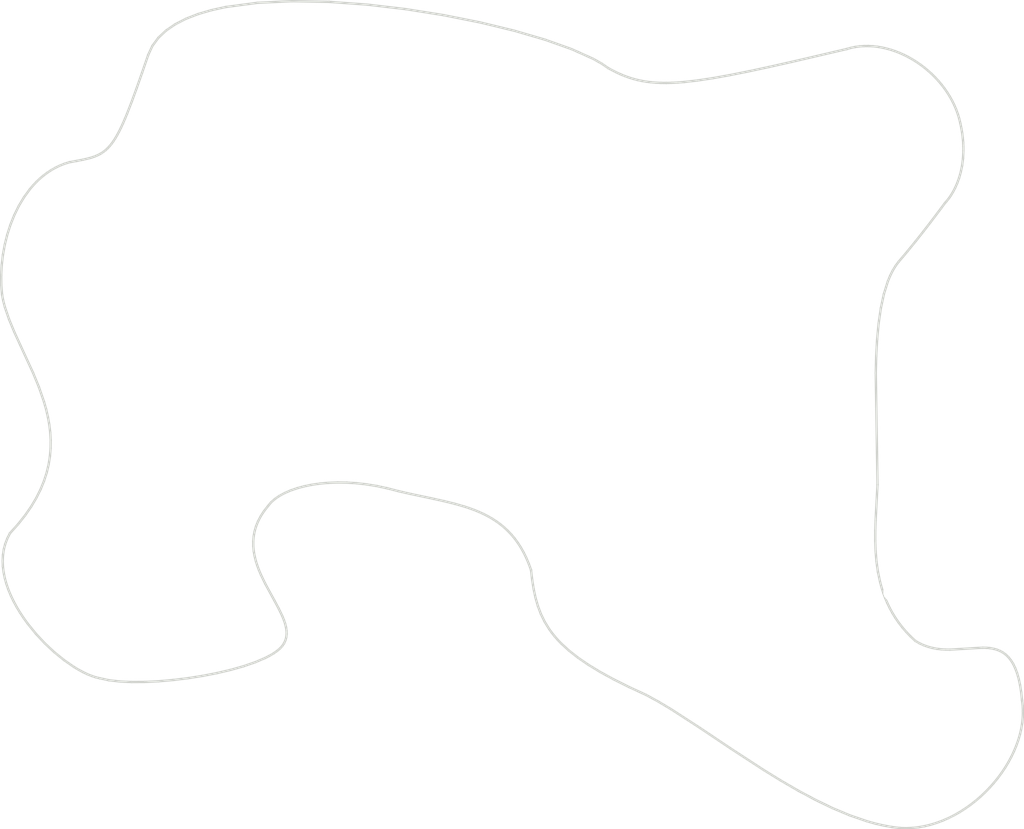
<source format=kicad_pcb>
(kicad_pcb (version 20211014) (generator pcbnew)
  (title_block (title "owl_generated") (rev "v1.0.0") (company "Unknown"))
  (layers (0 "F.Cu" signal) (31 "B.Cu" signal) (34 "B.Paste" user) (35 "F.Paste" user) (36 "B.SilkS" user "B.Silkscreen") (37 "F.SilkS" user "F.Silkscreen") (38 "B.Mask" user) (39 "F.Mask" user) (44 "Edge.Cuts" user))
  (net 0 "")
  (net 1 "P6")
  (net 2 "GND")
  (net 3 "P5")
  (net 4 "P4")
  (net 5 "P3")
  (net 6 "P2")
  (net 7 "P0")
  (net 8 "P1")
  (net 9 "P18")
  (net 10 "P15")
  (net 11 "P14")
  (net 12 "P16")
  (net 13 "P10")
  (net 14 "P19")
  (net 15 "P20")
  (net 16 "P21")
  (net 17 "P7")
  (net 18 "P8")
  (net 19 "P9")
  (net 20 "RAW")
  (net 21 "RST")
  (net 22 "VCC")
  (net 23 "Braw")
  (net 24 "Bplus")
  (net 25 "Bminus")
  (footprint "SMDPad" (layer "F.Cu") (at 168.768682 -112.888168)
    (fp_text reference "MOUNTING_PAD2" hide)
    (fp_text value "" hide)
    (pad "" np_thru_hole circle locked (at 0 0) (size 3.2 3.2) (drill 3.2) (layers *.Cu *.Mask))
  )
  (footprint "SMDPad" (layer "F.Cu") (at 168.768682 -48)
    (fp_text reference "MOUNTING_PAD1" hide)
    (fp_text value "" hide)
    (pad "" np_thru_hole circle locked (at 0 0) (size 3.2 3.2) (drill 3.2) (layers *.Cu *.Mask))
  )
  (footprint "SMDPad" (layer "F.Cu") (at 51 -41.8 -17)
    (fp_text reference "MOUNTING_PAD4" hide)
    (fp_text value "" hide)
    (pad "" np_thru_hole circle locked (at 0 0) (size 3.2 3.2) (drill 3.2) (layers *.Cu *.Mask))
  )
  (footprint "SMDPad" (layer "F.Cu") (at 51 -107.8 -17)
    (fp_text reference "MOUNTING_PAD3" hide)
    (fp_text value "" hide)
    (pad "" np_thru_hole circle locked (at 0 0) (size 3.2 3.2) (drill 3.2) (layers *.Cu *.Mask))
  )
  (gr_line (start 175.153995 -39.475462) (end 175.802236 -39.399157) (layer "Edge.Cuts") (width 0.352777))
  (gr_line (start 147.048058 -125.497982) (end 150.160788 -126.166225) (layer "Edge.Cuts") (width 0.352777))
  (gr_line (start 112.221658 -131.564203) (end 116.808521 -130.224125) (layer "Edge.Cuts") (width 0.352777))
  (gr_line (start 76.553969 -61.783461) (end 75.992183 -61.283435) (layer "Edge.Cuts") (width 0.352777))
  (gr_line (start 36.590763 -49.149454) (end 36.350581 -50.019996) (layer "Edge.Cuts") (width 0.352777))
  (gr_line (start 41.035835 -61.936197) (end 41.673317 -63.21006) (layer "Edge.Cuts") (width 0.352777))
  (gr_line (start 48.652519 -35.69057) (end 47.985329 -36.008821) (layer "Edge.Cuts") (width 0.352777))
  (gr_line (start 42.508395 -75.155431) (end 42.193412 -76.271225) (layer "Edge.Cuts") (width 0.352777))
  (gr_line (start 39.166544 -44.049196) (end 38.623026 -44.870709) (layer "Edge.Cuts") (width 0.352777))
  (gr_line (start 85.900491 -64.256843) (end 84.559681 -64.207208) (layer "Edge.Cuts") (width 0.352777))
  (gr_line (start 178.797858 -116.993333) (end 178.914174 -116.284813) (layer "Edge.Cuts") (width 0.352777))
  (gr_line (start 78.890452 -63.058313) (end 78.009693 -62.674652) (layer "Edge.Cuts") (width 0.352777))
  (gr_line (start 187.851102 -28.448408) (end 187.710747 -27.593223) (layer "Edge.Cuts") (width 0.352777))
  (gr_line (start 176.356192 -105.907564) (end 176.356192 -105.907564) (layer "Edge.Cuts") (width 0.352777))
  (gr_line (start 187.324388 -35.017409) (end 187.527888 -34.071584) (layer "Edge.Cuts") (width 0.352777))
  (gr_line (start 79.864359 -63.395682) (end 78.890452 -63.058313) (layer "Edge.Cuts") (width 0.352777))
  (gr_line (start 126.261721 -125.955877) (end 127.473792 -125.33034) (layer "Edge.Cuts") (width 0.352777))
  (gr_line (start 78.137328 -40.737733) (end 77.931147 -40.291061) (layer "Edge.Cuts") (width 0.352777))
  (gr_line (start 174.505996 -39.595677) (end 175.153995 -39.475462) (layer "Edge.Cuts") (width 0.352777))
  (gr_line (start 125.233948 -126.664227) (end 126.261721 -125.955877) (layer "Edge.Cuts") (width 0.352777))
  (gr_line (start 36.891931 -48.28014) (end 36.590763 -49.149454) (layer "Edge.Cuts") (width 0.352777))
  (gr_line (start 162.993212 -129.145407) (end 163.644804 -129.233531) (layer "Edge.Cuts") (width 0.352777))
  (gr_line (start 69.981232 -36.334726) (end 67.938806 -35.854999) (layer "Edge.Cuts") (width 0.352777))
  (gr_line (start 83.279073 -64.092523) (end 82.065258 -63.916539) (layer "Edge.Cuts") (width 0.352777))
  (gr_line (start 36.083164 -53.458881) (end 36.210499 -54.293894) (layer "Edge.Cuts") (width 0.352777))
  (gr_line (start 84.633151 -135.863504) (end 90.318501 -135.455718) (layer "Edge.Cuts") (width 0.352777))
  (gr_line (start 57.706385 -127.956123) (end 58.330782 -129.306299) (layer "Edge.Cuts") (width 0.352777))
  (gr_line (start 37.125311 -56.695194) (end 38.321166 -58.027331) (layer "Edge.Cuts") (width 0.352777))
  (gr_line (start 63.336268 -133.35033) (end 65.129693 -134.046906) (layer "Edge.Cuts") (width 0.352777))
  (gr_line (start 51.94784 -114.354691) (end 52.233031 -114.701859) (layer "Edge.Cuts") (width 0.352777))
  (gr_line (start 178.16418 -108.840023) (end 177.858599 -108.150618) (layer "Edge.Cuts") (width 0.352777))
  (gr_line (start 54.565887 -119.21911) (end 55.235788 -120.945633) (layer "Edge.Cuts") (width 0.352777))
  (gr_line (start 179.333127 -15.654063) (end 178.528406 -15.142863) (layer "Edge.Cuts") (width 0.352777))
  (gr_line (start 133.632145 -31.633937) (end 131.81798 -32.618179) (layer "Edge.Cuts") (width 0.352777))
  (gr_line (start 115.373241 -47.106486) (end 115.095871 -48.409072) (layer "Edge.Cuts") (width 0.352777))
  (gr_line (start 38.321166 -58.027331) (end 39.366827 -59.344859) (layer "Edge.Cuts") (width 0.352777))
  (gr_line (start 73.547755 -53.313539) (end 73.721735 -52.605741) (layer "Edge.Cuts") (width 0.352777))
  (gr_line (start 75.992183 -61.283435) (end 75.549898 -60.752125) (layer "Edge.Cuts") (width 0.352777))
  (gr_line (start 137.506519 -123.924321) (end 139.514407 -124.15378) (layer "Edge.Cuts") (width 0.352777))
  (gr_line (start 111.775479 -56.503268) (end 111.251465 -57.055907) (layer "Edge.Cuts") (width 0.352777))
  (gr_line (start 136.58038 -123.850315) (end 137.506519 -123.924321) (layer "Edge.Cuts") (width 0.352777))
  (gr_line (start 75.793567 -38.451924) (end 75.132861 -38.112906) (layer "Edge.Cuts") (width 0.352777))
  (gr_line (start 179.08742 -114.301364) (end 179.092632 -113.687476) (layer "Edge.Cuts") (width 0.352777))
  (gr_line (start 114.373489 -52.149552) (end 114.009372 -53.01148) (layer "Edge.Cuts") (width 0.352777))
  (gr_line (start 187.710747 -27.593223) (end 187.515291 -26.738506) (layer "Edge.Cuts") (width 0.352777))
  (gr_line (start 176.356192 -105.907564) (end 175.752611 -105.089013) (layer "Edge.Cuts") (width 0.352777))
  (gr_line (start 166.370616 -50.919809) (end 166.703368 -49.359573) (layer "Edge.Cuts") (width 0.352777))
  (gr_line (start 126.261721 -125.955877) (end 126.261721 -125.955877) (layer "Edge.Cuts") (width 0.352777))
  (gr_line (start 93.276987 -63.397951) (end 93.276987 -63.397951) (layer "Edge.Cuts") (width 0.352777))
  (gr_line (start 178.449089 -109.622446) (end 178.16418 -108.840023) (layer "Edge.Cuts") (width 0.352777))
  (gr_line (start 39.366827 -59.344859) (end 40.269361 -60.647806) (layer "Edge.Cuts") (width 0.352777))
  (gr_line (start 150.160788 -126.166225) (end 153.623368 -126.945339) (layer "Edge.Cuts") (width 0.352777))
  (gr_line (start 170.106565 -97.913892) (end 169.477015 -97.176342) (layer "Edge.Cuts") (width 0.352777))
  (gr_line (start 50.405001 -113.12637) (end 50.735738 -113.31472) (layer "Edge.Cuts") (width 0.352777))
  (gr_line (start 53.650742 -117.116063) (end 53.946463 -117.756322) (layer "Edge.Cuts") (width 0.352777))
  (gr_line (start 170.009997 -42.656654) (end 170.602139 -41.969214) (layer "Edge.Cuts") (width 0.352777))
  (gr_line (start 39.216857 -106.76043) (end 40.088223 -107.954777) (layer "Edge.Cuts") (width 0.352777))
  (gr_line (start 144.476122 -24.598525) (end 139.837665 -27.707352) (layer "Edge.Cuts") (width 0.352777))
  (gr_line (start 57.19441 -34.536392) (end 55.2357 -34.524851) (layer "Edge.Cuts") (width 0.352777))
  (gr_line (start 178.649245 -117.725591) (end 178.649245 -117.725591) (layer "Edge.Cuts") (width 0.352777))
  (gr_line (start 51.847447 -34.795289) (end 50.502653 -35.087604) (layer "Edge.Cuts") (width 0.352777))
  (gr_line (start 76.503325 -46.656554) (end 77.147925 -45.455898) (layer "Edge.Cuts") (width 0.352777))
  (gr_line (start 52.233031 -114.701859) (end 52.515038 -115.090109) (layer "Edge.Cuts") (width 0.352777))
  (gr_line (start 171.965759 -100.177702) (end 170.734823 -98.665653) (layer "Edge.Cuts") (width 0.352777))
  (gr_line (start 171.246927 -41.297857) (end 171.946459 -40.643844) (layer "Edge.Cuts") (width 0.352777))
  (gr_line (start 96.775441 -62.549719) (end 95.03998 -62.946871) (layer "Edge.Cuts") (width 0.352777))
  (gr_line (start 186.811483 -36.585598) (end 187.085085 -35.853277) (layer "Edge.Cuts") (width 0.352777))
  (gr_line (start 166.243721 -85.565606) (end 166.106583 -83.087273) (layer "Edge.Cuts") (width 0.352777))
  (gr_line (start 179 -115.6) (end 179.057146 -114.938861) (layer "Edge.Cuts") (width 0.352777))
  (gr_line (start 117.80603 -41.867288) (end 117.41331 -42.412903) (layer "Edge.Cuts") (width 0.352777))
  (gr_line (start 78.263879 -41.201039) (end 78.137328 -40.737733) (layer "Edge.Cuts") (width 0.352777))
  (gr_line (start 173.327946 -13.054039) (end 172.41787 -12.892025) (layer "Edge.Cuts") (width 0.352777))
  (gr_line (start 177.702627 -14.674134) (end 176.857792 -14.250347) (layer "Edge.Cuts") (width 0.352777))
  (gr_line (start 170.242436 -127.965363) (end 170.874132 -127.647054) (layer "Edge.Cuts") (width 0.352777))
  (gr_line (start 166.703368 -49.359573) (end 166.916172 -48.584057) (layer "Edge.Cuts") (width 0.352777))
  (gr_line (start 118.705289 -40.792077) (end 118.236022 -41.327357) (layer "Edge.Cuts") (width 0.352777))
  (gr_line (start 131.81798 -32.618179) (end 131.81798 -32.618179) (layer "Edge.Cuts") (width 0.352777))
  (gr_line (start 175.752611 -105.089013) (end 174.173379 -102.997159) (layer "Edge.Cuts") (width 0.352777))
  (gr_line (start 37.772659 -104.10444) (end 38.445061 -105.471773) (layer "Edge.Cuts") (width 0.352777))
  (gr_line (start 47.985329 -36.008821) (end 47.299853 -36.381074) (layer "Edge.Cuts") (width 0.352777))
  (gr_line (start 167.20858 -13.149134) (end 165.965811 -13.437826) (layer "Edge.Cuts") (width 0.352777))
  (gr_line (start 57.706385 -127.956123) (end 57.706385 -127.956123) (layer "Edge.Cuts") (width 0.352777))
  (gr_line (start 45.246264 -111.743126) (end 45.944758 -111.96475) (layer "Edge.Cuts") (width 0.352777))
  (gr_line (start 166.042721 -80.566281) (end 166.302023 -63.927116) (layer "Edge.Cuts") (width 0.352777))
  (gr_line (start 182.519348 -39.624194) (end 183.053351 -39.574727) (layer "Edge.Cuts") (width 0.352777))
  (gr_line (start 176.962529 -106.637923) (end 176.527069 -106.089809) (layer "Edge.Cuts") (width 0.352777))
  (gr_line (start 63.620377 -35.096047) (end 61.429123 -34.827158) (layer "Edge.Cuts") (width 0.352777))
  (gr_line (start 101.709475 -133.882878) (end 107.143352 -132.79698) (layer "Edge.Cuts") (width 0.352777))
  (gr_line (start 187.266738 -25.886728) (end 186.96709 -25.040359) (layer "Edge.Cuts") (width 0.352777))
  (gr_line (start 51.360008 -113.771178) (end 51.657491 -114.0455) (layer "Edge.Cuts") (width 0.352777))
  (gr_line (start 35.950566 -92.209244) (end 35.950566 -92.209244) (layer "Edge.Cuts") (width 0.352777))
  (gr_line (start 185.404106 -38.607639) (end 185.799892 -38.225393) (layer "Edge.Cuts") (width 0.352777))
  (gr_line (start 182.970774 -18.760657) (end 182.301381 -18.074162) (layer "Edge.Cuts") (width 0.352777))
  (gr_line (start 186.618349 -24.201871) (end 186.222517 -23.373735) (layer "Edge.Cuts") (width 0.352777))
  (gr_line (start 53.946463 -117.756322) (end 54.250853 -118.456303) (layer "Edge.Cuts") (width 0.352777))
  (gr_line (start 186.167384 -37.765245) (end 186.505082 -37.220783) (layer "Edge.Cuts") (width 0.352777))
  (gr_line (start 139.837665 -27.707352) (end 135.582442 -30.466022) (layer "Edge.Cuts") (width 0.352777))
  (gr_line (start 73.962087 -135.723911) (end 79.135722 -135.966094) (layer "Edge.Cuts") (width 0.352777))
  (gr_line (start 77.228669 -62.248451) (end 76.553969 -61.783461) (layer "Edge.Cuts") (width 0.352777))
  (gr_line (start 128.682247 -124.810032) (end 129.294322 -124.589486) (layer "Edge.Cuts") (width 0.352777))
  (gr_line (start 179.057146 -114.938861) (end 179.08742 -114.301364) (layer "Edge.Cuts") (width 0.352777))
  (gr_line (start 167.76549 -46.291034) (end 168.125895 -45.542067) (layer "Edge.Cuts") (width 0.352777))
  (gr_line (start 39.746015 -43.245575) (end 39.166544 -44.049196) (layer "Edge.Cuts") (width 0.352777))
  (gr_line (start 185.297594 -21.758399) (end 184.772507 -20.976141) (layer "Edge.Cuts") (width 0.352777))
  (gr_line (start 116.731686 -43.525321) (end 116.175139 -44.672879) (layer "Edge.Cuts") (width 0.352777))
  (gr_line (start 176.27626 -122.959368) (end 176.688751 -122.363589) (layer "Edge.Cuts") (width 0.352777))
  (gr_line (start 41.059336 -109.039182) (end 41.582351 -109.535272) (layer "Edge.Cuts") (width 0.352777))
  (gr_line (start 42.130369 -109.998015) (end 42.703412 -110.425456) (layer "Edge.Cuts") (width 0.352777))
  (gr_line (start 35.834136 -93.643239) (end 35.815696 -95.123615) (layer "Edge.Cuts") (width 0.352777))
  (gr_line (start 108.287846 -59.230764) (end 107.631839 -59.56592) (layer "Edge.Cuts") (width 0.352777))
  (gr_line (start 135.701202 -123.803381) (end 136.58038 -123.850315) (layer "Edge.Cuts") (width 0.352777))
  (gr_line (start 41.582351 -109.535272) (end 42.130369 -109.998015) (layer "Edge.Cuts") (width 0.352777))
  (gr_line (start 100.138958 -61.835596) (end 96.775441 -62.549719) (layer "Edge.Cuts") (width 0.352777))
  (gr_line (start 173.267527 -126.078937) (end 173.824292 -125.618517) (layer "Edge.Cuts") (width 0.352777))
  (gr_line (start 149.390283 -21.395895) (end 144.476122 -24.598525) (layer "Edge.Cuts") (width 0.352777))
  (gr_line (start 43.301501 -110.815641) (end 43.924658 -111.166618) (layer "Edge.Cuts") (width 0.352777))
  (gr_line (start 110.132401 -58.035866) (end 109.538902 -58.468287) (layer "Edge.Cuts") (width 0.352777))
  (gr_line (start 166.966229 -129.061304) (end 167.631676 -128.91175) (layer "Edge.Cuts") (width 0.352777))
  (gr_line (start 178.271101 -119.123565) (end 178.48002 -118.430795) (layer "Edge.Cuts") (width 0.352777))
  (gr_line (start 172.100802 -126.919839) (end 172.692481 -126.513066) (layer "Edge.Cuts") (width 0.352777))
  (gr_line (start 167.162728 -47.813289) (end 167.445134 -47.048528) (layer "Edge.Cuts") (width 0.352777))
  (gr_line (start 185.781599 -22.55842) (end 185.297594 -21.758399) (layer "Edge.Cuts") (width 0.352777))
  (gr_line (start 129.290233 -33.786408) (end 127.031649 -34.915363) (layer "Edge.Cuts") (width 0.352777))
  (gr_line (start 45.944758 -111.96475) (end 47.051905 -112.166626) (layer "Edge.Cuts") (width 0.352777))
  (gr_line (start 171.946459 -40.643844) (end 171.946459 -40.643844) (layer "Edge.Cuts") (width 0.352777))
  (gr_line (start 43.074671 -68.160753) (end 43.173203 -69.362369) (layer "Edge.Cuts") (width 0.352777))
  (gr_line (start 121.710774 -38.149265) (end 120.368745 -39.203806) (layer "Edge.Cuts") (width 0.352777))
  (gr_line (start 182.301381 -18.074162) (end 181.600917 -17.417784) (layer "Edge.Cuts") (width 0.352777))
  (gr_line (start 69.24812 -135.097374) (end 73.962087 -135.723911) (layer "Edge.Cuts") (width 0.352777))
  (gr_line (start 61.74268 -132.532928) (end 63.336268 -133.35033) (layer "Edge.Cuts") (width 0.352777))
  (gr_line (start 54.250853 -118.456303) (end 54.565887 -119.21911) (layer "Edge.Cuts") (width 0.352777))
  (gr_line (start 175.995904 -13.873974) (end 175.118965 -13.547484) (layer "Edge.Cuts") (width 0.352777))
  (gr_line (start 73.939139 -51.906178) (end 74.193815 -51.215272) (layer "Edge.Cuts") (width 0.352777))
  (gr_line (start 107.631839 -59.56592) (end 106.956547 -59.873755) (layer "Edge.Cuts") (width 0.352777))
  (gr_line (start 186.505082 -37.220783) (end 186.811483 -36.585598) (layer "Edge.Cuts") (width 0.352777))
  (gr_line (start 166.147676 -52.483921) (end 166.370616 -50.919809) (layer "Edge.Cuts") (width 0.352777))
  (gr_line (start 168.293668 -128.726313) (end 168.950556 -128.506059) (layer "Edge.Cuts") (width 0.352777))
  (gr_line (start 123.257929 -37.088523) (end 121.710774 -38.149265) (layer "Edge.Cuts") (width 0.352777))
  (gr_line (start 166.106583 -83.087273) (end 166.042721 -80.566281) (layer "Edge.Cuts") (width 0.352777))
  (gr_line (start 174.876393 -124.62307) (end 175.368433 -124.090175) (layer "Edge.Cuts") (width 0.352777))
  (gr_line (start 178.48002 -118.430795) (end 178.649245 -117.725591) (layer "Edge.Cuts") (width 0.352777))
  (gr_line (start 42.772128 -74.025399) (end 42.508395 -75.155431) (layer "Edge.Cuts") (width 0.352777))
  (gr_line (start 77.931147 -40.291061) (end 77.931147 -40.291061) (layer "Edge.Cuts") (width 0.352777))
  (gr_line (start 75.549898 -60.752125) (end 75.549898 -60.752125) (layer "Edge.Cuts") (width 0.352777))
  (gr_line (start 36.124395 -91.317647) (end 35.950566 -92.209244) (layer "Edge.Cuts") (width 0.352777))
  (gr_line (start 116.175139 -44.672879) (end 115.72766 -45.863845) (layer "Edge.Cuts") (width 0.352777))
  (gr_line (start 168.573348 -95.840247) (end 168.184988 -95.058606) (layer "Edge.Cuts") (width 0.352777))
  (gr_line (start 50.059228 -112.960464) (end 50.405001 -113.12637) (layer "Edge.Cuts") (width 0.352777))
  (gr_line (start 184.062012 -39.351076) (end 184.533665 -39.16407) (layer "Edge.Cuts") (width 0.352777))
  (gr_line (start 37.125311 -56.695194) (end 37.125311 -56.695194) (layer "Edge.Cuts") (width 0.352777))
  (gr_line (start 163.644804 -129.233531) (end 164.302823 -129.279378) (layer "Edge.Cuts") (width 0.352777))
  (gr_line (start 166.800091 -90.22548) (end 166.469702 -87.959076) (layer "Edge.Cuts") (width 0.352777))
  (gr_line (start 78.316952 -41.680558) (end 78.263879 -41.201039) (layer "Edge.Cuts") (width 0.352777))
  (gr_line (start 51.053415 -113.528621) (end 51.360008 -113.771178) (layer "Edge.Cuts") (width 0.352777))
  (gr_line (start 178.899018 -111.467376) (end 178.698858 -110.498144) (layer "Edge.Cuts") (width 0.352777))
  (gr_line (start 173.126414 -101.644274) (end 171.965759 -100.177702) (layer "Edge.Cuts") (width 0.352777))
  (gr_line (start 167.250451 -92.322612) (end 166.800091 -90.22548) (layer "Edge.Cuts") (width 0.352777))
  (gr_line (start 47.299853 -36.381074) (end 46.600264 -36.804551) (layer "Edge.Cuts") (width 0.352777))
  (gr_line (start 38.119634 -45.707338) (end 37.660539 -46.556305) (layer "Edge.Cuts") (width 0.352777))
  (gr_line (start 151.91715 -19.839516) (end 149.390283 -21.395895) (layer "Edge.Cuts") (width 0.352777))
  (gr_line (start 105.551205 -60.417661) (end 104.822706 -60.658834) (layer "Edge.Cuts") (width 0.352777))
  (gr_line (start 120.768068 -128.816326) (end 123.964426 -127.380384) (layer "Edge.Cuts") (width 0.352777))
  (gr_line (start 45.175433 -37.794067) (end 43.744215 -38.955148) (layer "Edge.Cuts") (width 0.352777))
  (gr_line (start 53.077405 -116.002282) (end 53.361715 -116.532419) (layer "Edge.Cuts") (width 0.352777))
  (gr_line (start 110.703514 -57.565922) (end 110.132401 -58.035866) (layer "Edge.Cuts") (width 0.352777))
  (gr_line (start 35.89542 -96.634738) (end 36.073484 -98.160976) (layer "Edge.Cuts") (width 0.352777))
  (gr_line (start 74.062608 -58.463463) (end 73.76034 -57.70977) (layer "Edge.Cuts") (width 0.352777))
  (gr_line (start 131.206125 -124.086983) (end 131.880858 -123.972724) (layer "Edge.Cuts") (width 0.352777))
  (gr_line (start 44.572905 -111.476431) (end 45.246264 -111.743126) (layer "Edge.Cuts") (width 0.352777))
  (gr_line (start 179.092632 -113.687476) (end 179.035099 -112.530401) (layer "Edge.Cuts") (width 0.352777))
  (gr_line (start 169.477015 -97.176342) (end 169.477015 -97.176342) (layer "Edge.Cuts") (width 0.352777))
  (gr_line (start 166.469702 -87.959076) (end 166.243721 -85.565606) (layer "Edge.Cuts") (width 0.352777))
  (gr_line (start 91.733991 -63.729844) (end 90.218255 -63.977928) (layer "Edge.Cuts") (width 0.352777))
  (gr_line (start 60.365913 -131.589754) (end 61.74268 -132.532928) (layer "Edge.Cuts") (width 0.352777))
  (gr_line (start 40.562318 -80.592556) (end 38.676603 -84.688207) (layer "Edge.Cuts") (width 0.352777))
  (gr_line (start 50.735738 -113.31472) (end 51.053415 -113.528621) (layer "Edge.Cuts") (width 0.352777))
  (gr_line (start 36.360053 -90.412238) (end 36.124395 -91.317647) (layer "Edge.Cuts") (width 0.352777))
  (gr_line (start 144.255721 -124.940141) (end 147.048058 -125.497982) (layer "Edge.Cuts") (width 0.352777))
  (gr_line (start 65.804396 -35.440383) (end 63.620377 -35.096047) (layer "Edge.Cuts") (width 0.352777))
  (gr_line (start 73.721735 -52.605741) (end 73.939139 -51.906178) (layer "Edge.Cuts") (width 0.352777))
  (gr_line (start 168.528449 -44.802885) (end 168.975251 -44.07475) (layer "Edge.Cuts") (width 0.352777))
  (gr_line (start 71.8893 -36.874399) (end 69.981232 -36.334726) (layer "Edge.Cuts") (width 0.352777))
  (gr_line (start 165.969783 -57.098742) (end 165.964054 -55.583464) (layer "Edge.Cuts") (width 0.352777))
  (gr_line (start 48.911946 -112.566348) (end 49.314676 -112.683559) (layer "Edge.Cuts") (width 0.352777))
  (gr_line (start 53.439254 -34.609428) (end 51.847447 -34.795289) (layer "Edge.Cuts") (width 0.352777))
  (gr_line (start 180.114788 -16.205263) (end 179.333127 -15.654063) (layer "Edge.Cuts") (width 0.352777))
  (gr_line (start 90.318501 -135.455718) (end 96.0559 -134.782317) (layer "Edge.Cuts") (width 0.352777))
  (gr_line (start 172.41787 -12.892025) (end 171.500753 -12.789778) (layer "Edge.Cuts") (width 0.352777))
  (gr_line (start 37.249914 -47.414831) (end 36.891931 -48.28014) (layer "Edge.Cuts") (width 0.352777))
  (gr_line (start 41.673317 -63.21006) (end 42.188874 -64.46942) (layer "Edge.Cuts") (width 0.352777))
  (gr_line (start 38.623026 -44.870709) (end 38.119634 -45.707338) (layer "Edge.Cuts") (width 0.352777))
  (gr_line (start 42.977543 -72.881104) (end 42.772128 -74.025399) (layer "Edge.Cuts") (width 0.352777))
  (gr_line (start 73.620634 -37.468848) (end 71.8893 -36.874399) (layer "Edge.Cuts") (width 0.352777))
  (gr_line (start 36.7274 -55.914829) (end 37.125311 -56.695194) (layer "Edge.Cuts") (width 0.352777))
  (gr_line (start 172.692481 -126.513066) (end 173.267527 -126.078937) (layer "Edge.Cuts") (width 0.352777))
  (gr_line (start 153.623368 -126.945339) (end 161.715899 -128.838062) (layer "Edge.Cuts") (width 0.352777))
  (gr_line (start 177.740771 -120.467537) (end 178.024136 -119.802834) (layer "Edge.Cuts") (width 0.352777))
  (gr_line (start 104.822706 -60.658834) (end 103.317929 -61.092367) (layer "Edge.Cuts") (width 0.352777))
  (gr_line (start 167.836349 -94.208269) (end 167.250451 -92.322612) (layer "Edge.Cuts") (width 0.352777))
  (gr_line (start 43.185148 -70.549615) (end 43.117572 -71.722518) (layer "Edge.Cuts") (width 0.352777))
  (gr_line (start 42.188874 -64.46942) (end 42.589574 -65.714305) (layer "Edge.Cuts") (width 0.352777))
  (gr_line (start 65.129693 -134.046906) (end 67.105972 -134.627606) (layer "Edge.Cuts") (width 0.352777))
  (gr_line (start 169.653406 -12.774467) (end 168.438339 -12.926679) (layer "Edge.Cuts") (width 0.352777))
  (gr_line (start 168.975251 -44.07475) (end 169.468401 -43.35892) (layer "Edge.Cuts") (width 0.352777))
  (gr_line (start 40.996128 -41.703123) (end 39.746015 -43.245575) (layer "Edge.Cuts") (width 0.352777))
  (gr_line (start 187.934355 -29.301591) (end 187.851102 -28.448408) (layer "Edge.Cuts") (width 0.352777))
  (gr_line (start 53.361715 -116.532419) (end 53.650742 -117.116063) (layer "Edge.Cuts") (width 0.352777))
  (gr_line (start 75.549898 -60.752125) (end 74.951234 -59.98506) (layer "Edge.Cuts") (width 0.352777))
  (gr_line (start 164.965623 -129.284013) (end 165.631555 -129.248501) (layer "Edge.Cuts") (width 0.352777))
  (gr_line (start 141.754323 -124.49223) (end 144.255721 -124.940141) (layer "Edge.Cuts") (width 0.352777))
  (gr_line (start 55.97197 -122.960742) (end 56.790235 -125.289288) (layer "Edge.Cuts") (width 0.352777))
  (gr_line (start 42.589574 -65.714305) (end 42.882484 -66.94474) (layer "Edge.Cuts") (width 0.352777))
  (gr_line (start 55.235788 -120.945633) (end 55.97197 -122.960742) (layer "Edge.Cuts") (width 0.352777))
  (gr_line (start 171.500753 -12.789778) (end 170.578597 -12.749768) (layer "Edge.Cuts") (width 0.352777))
  (gr_line (start 184.20834 -20.214118) (end 183.607095 -19.474799) (layer "Edge.Cuts") (width 0.352777))
  (gr_line (start 167.631676 -128.91175) (end 168.293668 -128.726313) (layer "Edge.Cuts") (width 0.352777))
  (gr_line (start 187.821474 -31.824417) (end 187.821474 -31.824417) (layer "Edge.Cuts") (width 0.352777))
  (gr_line (start 49.696445 -112.813896) (end 50.059228 -112.960464) (layer "Edge.Cuts") (width 0.352777))
  (gr_line (start 167.445134 -47.048528) (end 167.76549 -46.291034) (layer "Edge.Cuts") (width 0.352777))
  (gr_line (start 47.051905 -112.166626) (end 48.0357 -112.358875) (layer "Edge.Cuts") (width 0.352777))
  (gr_line (start 40.269361 -60.647806) (end 41.035835 -61.936197) (layer "Edge.Cuts") (width 0.352777))
  (gr_line (start 175.802236 -39.399157) (end 176.449217 -39.360348) (layer "Edge.Cuts") (width 0.352777))
  (gr_line (start 175.118965 -13.547484) (end 174.228978 -13.273349) (layer "Edge.Cuts") (width 0.352777))
  (gr_line (start 42.882484 -66.94474) (end 43.074671 -68.160753) (layer "Edge.Cuts") (width 0.352777))
  (gr_line (start 112.274782 -55.905457) (end 111.775479 -56.503268) (layer "Edge.Cuts") (width 0.352777))
  (gr_line (start 118.236022 -41.327357) (end 117.80603 -41.867288) (layer "Edge.Cuts") (width 0.352777))
  (gr_line (start 169.600695 -128.252054) (end 170.242436 -127.965363) (layer "Edge.Cuts") (width 0.352777))
  (gr_line (start 187.527888 -34.071584) (end 187.694084 -33.00939) (layer "Edge.Cuts") (width 0.352777))
  (gr_line (start 176.688751 -122.363589) (end 177.071431 -121.74898) (layer "Edge.Cuts") (width 0.352777))
  (gr_line (start 168.125895 -45.542067) (end 168.528449 -44.802885) (layer "Edge.Cuts") (width 0.352777))
  (gr_line (start 36.988581 -88.559871) (end 36.360053 -90.412238) (layer "Edge.Cuts") (width 0.352777))
  (gr_line (start 127.031649 -34.915363) (end 125.026217 -36.013312) (layer "Edge.Cuts") (width 0.352777))
  (gr_line (start 46.600264 -36.804551) (end 45.175433 -37.794067) (layer "Edge.Cuts") (width 0.352777))
  (gr_line (start 129.916539 -124.395423) (end 130.552579 -124.227903) (layer "Edge.Cuts") (width 0.352777))
  (gr_line (start 58.330782 -129.306299) (end 59.222953 -130.51586) (layer "Edge.Cuts") (width 0.352777))
  (gr_line (start 106.956547 -59.873755) (end 106.262744 -60.156818) (layer "Edge.Cuts") (width 0.352777))
  (gr_line (start 74.951234 -59.98506) (end 74.457521 -59.222033) (layer "Edge.Cuts") (width 0.352777))
  (gr_line (start 61.429123 -34.827158) (end 59.273009 -34.638884) (layer "Edge.Cuts") (width 0.352777))
  (gr_line (start 181.600917 -17.417784) (end 180.871385 -16.793994) (layer "Edge.Cuts") (width 0.352777))
  (gr_line (start 75.132861 -38.112906) (end 73.620634 -37.468848) (layer "Edge.Cuts") (width 0.352777))
  (gr_line (start 49.314676 -112.683559) (end 49.696445 -112.813896) (layer "Edge.Cuts") (width 0.352777))
  (gr_line (start 78.096834 -43.212197) (end 78.227277 -42.686557) (layer "Edge.Cuts") (width 0.352777))
  (gr_line (start 96.0559 -134.782317) (end 101.709475 -133.882878) (layer "Edge.Cuts") (width 0.352777))
  (gr_line (start 178.914174 -116.284813) (end 179 -115.6) (layer "Edge.Cuts") (width 0.352777))
  (gr_line (start 49.297252 -35.429099) (end 48.652519 -35.69057) (layer "Edge.Cuts") (width 0.352777))
  (gr_line (start 77.330492 -39.529181) (end 76.897679 -39.160707) (layer "Edge.Cuts") (width 0.352777))
  (gr_line (start 187.821474 -31.824417) (end 187.921544 -30.992066) (layer "Edge.Cuts") (width 0.352777))
  (gr_line (start 187.694084 -33.00939) (end 187.821474 -31.824417) (layer "Edge.Cuts") (width 0.352777))
  (gr_line (start 95.03998 -62.946871) (end 93.276987 -63.397951) (layer "Edge.Cuts") (width 0.352777))
  (gr_line (start 50.502653 -35.087604) (end 50.502653 -35.087604) (layer "Edge.Cuts") (width 0.352777))
  (gr_line (start 36.350581 -50.019996) (end 36.175558 -50.888986) (layer "Edge.Cuts") (width 0.352777))
  (gr_line (start 177.422654 -121.116607) (end 177.740771 -120.467537) (layer "Edge.Cuts") (width 0.352777))
  (gr_line (start 59.273009 -34.638884) (end 57.19441 -34.536392) (layer "Edge.Cuts") (width 0.352777))
  (gr_line (start 177.093438 -39.352627) (end 181.967564 -39.640636) (layer "Edge.Cuts") (width 0.352777))
  (gr_line (start 108.923792 -58.865736) (end 108.287846 -59.230764) (layer "Edge.Cuts") (width 0.352777))
  (gr_line (start 73.76034 -57.70977) (end 73.544566 -56.961374) (layer "Edge.Cuts") (width 0.352777))
  (gr_line (start 170.874132 -127.647054) (end 171.494136 -127.29819) (layer "Edge.Cuts") (width 0.352777))
  (gr_line (start 176.449217 -39.360348) (end 177.093438 -39.352627) (layer "Edge.Cuts") (width 0.352777))
  (gr_line (start 127.473792 -125.33034) (end 128.076631 -125.057003) (layer "Edge.Cuts") (width 0.352777))
  (gr_line (start 73.354679 -54.752164) (end 73.423352 -54.029154) (layer "Edge.Cuts") (width 0.352777))
  (gr_line (start 166.302023 -63.927116) (end 166.018144 -58.577587) (layer "Edge.Cuts") (width 0.352777))
  (gr_line (start 76.897679 -39.160707) (end 76.383605 -38.801407) (layer "Edge.Cuts") (width 0.352777))
  (gr_line (start 52.515038 -115.090109) (end 52.795838 -115.522548) (layer "Edge.Cuts") (width 0.352777))
  (gr_line (start 154.47262 -18.355819) (end 151.91715 -19.839516) (layer "Edge.Cuts") (width 0.352777))
  (gr_line (start 75.119946 -49.198684) (end 76.503325 -46.656554) (layer "Edge.Cuts") (width 0.352777))
  (gr_line (start 116.808521 -130.224125) (end 120.768068 -128.816326) (layer "Edge.Cuts") (width 0.352777))
  (gr_line (start 178.649245 -117.725591) (end 178.797858 -116.993333) (layer "Edge.Cuts") (width 0.352777))
  (gr_line (start 185.799892 -38.225393) (end 186.167384 -37.765245) (layer "Edge.Cuts") (width 0.352777))
  (gr_line (start 170.602139 -41.969214) (end 171.246927 -41.297857) (layer "Edge.Cuts") (width 0.352777))
  (gr_line (start 37.779611 -86.651931) (end 36.988581 -88.559871) (layer "Edge.Cuts") (width 0.352777))
  (gr_line (start 36.073484 -98.160976) (end 36.350065 -99.686697) (layer "Edge.Cuts") (width 0.352777))
  (gr_line (start 36.350065 -99.686697) (end 36.725337 -101.19627) (layer "Edge.Cuts") (width 0.352777))
  (gr_line (start 52.795838 -115.522548) (end 53.077405 -116.002282) (layer "Edge.Cuts") (width 0.352777))
  (gr_line (start 186.96709 -25.040359) (end 186.618349 -24.201871) (layer "Edge.Cuts") (width 0.352777))
  (gr_line (start 76.383605 -38.801407) (end 75.793567 -38.451924) (layer "Edge.Cuts") (width 0.352777))
  (gr_line (start 117.41331 -42.412903) (end 116.731686 -43.525321) (layer "Edge.Cuts") (width 0.352777))
  (gr_line (start 78.227277 -42.686557) (end 78.302701 -42.175871) (layer "Edge.Cuts") (width 0.352777))
  (gr_line (start 78.009693 -62.674652) (end 77.228669 -62.248451) (layer "Edge.Cuts") (width 0.352777))
  (gr_line (start 123.964426 -127.380384) (end 125.233948 -126.664227) (layer "Edge.Cuts") (width 0.352777))
  (gr_line (start 55.2357 -34.524851) (end 53.439254 -34.609428) (layer "Edge.Cuts") (width 0.352777))
  (gr_line (start 128.076631 -125.057003) (end 128.682247 -124.810032) (layer "Edge.Cuts") (width 0.352777))
  (gr_line (start 176.857792 -14.250347) (end 175.995904 -13.873974) (layer "Edge.Cuts") (width 0.352777))
  (gr_line (start 38.445061 -105.471773) (end 39.216857 -106.76043) (layer "Edge.Cuts") (width 0.352777))
  (gr_line (start 36.423853 -55.113469) (end 36.7274 -55.914829) (layer "Edge.Cuts") (width 0.352777))
  (gr_line (start 56.790235 -125.289288) (end 57.706385 -127.956123) (layer "Edge.Cuts") (width 0.352777))
  (gr_line (start 131.880858 -123.972724) (end 132.580461 -123.885183) (layer "Edge.Cuts") (width 0.352777))
  (gr_line (start 132.580461 -123.885183) (end 133.308614 -123.82442) (layer "Edge.Cuts") (width 0.352777))
  (gr_line (start 131.81798 -32.618179) (end 129.290233 -33.786408) (layer "Edge.Cuts") (width 0.352777))
  (gr_line (start 79.135722 -135.966094) (end 84.633151 -135.863504) (layer "Edge.Cuts") (width 0.352777))
  (gr_line (start 36.037677 -52.611207) (end 36.083164 -53.458881) (layer "Edge.Cuts") (width 0.352777))
  (gr_line (start 51.657491 -114.0455) (end 51.94784 -114.354691) (layer "Edge.Cuts") (width 0.352777))
  (gr_line (start 178.024136 -119.802834) (end 178.271101 -119.123565) (layer "Edge.Cuts") (width 0.352777))
  (gr_line (start 177.546818 -107.553972) (end 177.243305 -107.049826) (layer "Edge.Cuts") (width 0.352777))
  (gr_line (start 114.009372 -53.01148) (end 113.616668 -53.815485) (layer "Edge.Cuts") (width 0.352777))
  (gr_line (start 168.950556 -128.506059) (end 169.600695 -128.252054) (layer "Edge.Cuts") (width 0.352777))
  (gr_line (start 87.294916 -64.237675) (end 85.900491 -64.256843) (layer "Edge.Cuts") (width 0.352777))
  (gr_line (start 41.437962 -78.460207) (end 40.562318 -80.592556) (layer "Edge.Cuts") (width 0.352777))
  (gr_line (start 43.924658 -111.166618) (end 44.572905 -111.476431) (layer "Edge.Cuts") (width 0.352777))
  (gr_line (start 134.865303 -123.78346) (end 135.701202 -123.803381) (layer "Edge.Cuts") (width 0.352777))
  (gr_line (start 107.143352 -132.79698) (end 112.221658 -131.564203) (layer "Edge.Cuts") (width 0.352777))
  (gr_line (start 181.967564 -39.640636) (end 182.519348 -39.624194) (layer "Edge.Cuts") (width 0.352777))
  (gr_line (start 82.065258 -63.916539) (end 80.924824 -63.683008) (layer "Edge.Cuts") (width 0.352777))
  (gr_line (start 73.544566 -56.961374) (end 73.409133 -56.218694) (layer "Edge.Cuts") (width 0.352777))
  (gr_line (start 80.924824 -63.683008) (end 79.864359 -63.395682) (layer "Edge.Cuts") (width 0.352777))
  (gr_line (start 36.725337 -101.19627) (end 37.199477 -102.674061) (layer "Edge.Cuts") (width 0.352777))
  (gr_line (start 184.772507 -20.976141) (end 184.20834 -20.214118) (layer "Edge.Cuts") (width 0.352777))
  (gr_line (start 172.578471 -40.283884) (end 173.216732 -39.993477) (layer "Edge.Cuts") (width 0.352777))
  (gr_line (start 84.559681 -64.207208) (end 83.279073 -64.092523) (layer "Edge.Cuts") (width 0.352777))
  (gr_line (start 43.744215 -38.955148) (end 42.339988 -40.265574) (layer "Edge.Cuts") (width 0.352777))
  (gr_line (start 48.0357 -112.358875) (end 48.911946 -112.566348) (layer "Edge.Cuts") (width 0.352777))
  (gr_line (start 135.582442 -30.466022) (end 133.632145 -31.633937) (layer "Edge.Cuts") (width 0.352777))
  (gr_line (start 183.053351 -39.574727) (end 183.568073 -39.485825) (layer "Edge.Cuts") (width 0.352777))
  (gr_line (start 42.339988 -40.265574) (end 40.996128 -41.703123) (layer "Edge.Cuts") (width 0.352777))
  (gr_line (start 165.964054 -55.583464) (end 166.017754 -54.041831) (layer "Edge.Cuts") (width 0.352777))
  (gr_line (start 177.243305 -107.049826) (end 176.962529 -106.637923) (layer "Edge.Cuts") (width 0.352777))
  (gr_line (start 171.946459 -40.643844) (end 172.578471 -40.283884) (layer "Edge.Cuts") (width 0.352777))
  (gr_line (start 166.298972 -129.17391) (end 166.966229 -129.061304) (layer "Edge.Cuts") (width 0.352777))
  (gr_line (start 77.917525 -43.752371) (end 78.096834 -43.212197) (layer "Edge.Cuts") (width 0.352777))
  (gr_line (start 184.533665 -39.16407) (end 184.98153 -38.918394) (layer "Edge.Cuts") (width 0.352777))
  (gr_line (start 174.228978 -13.273349) (end 173.327946 -13.054039) (layer "Edge.Cuts") (width 0.352777))
  (gr_line (start 133.308614 -123.82442) (end 134.069001 -123.790492) (layer "Edge.Cuts") (width 0.352777))
  (gr_line (start 120.368745 -39.203806) (end 119.215831 -40.260414) (layer "Edge.Cuts") (width 0.352777))
  (gr_line (start 159.615606 -15.734652) (end 157.043253 -16.97685) (layer "Edge.Cuts") (width 0.352777))
  (gr_line (start 43.117572 -71.722518) (end 42.977543 -72.881104) (layer "Edge.Cuts") (width 0.352777))
  (gr_line (start 168.438339 -12.926679) (end 167.20858 -13.149134) (layer "Edge.Cuts") (width 0.352777))
  (gr_line (start 37.660539 -46.556305) (end 37.249914 -47.414831) (layer "Edge.Cuts") (width 0.352777))
  (gr_line (start 35.815696 -95.123615) (end 35.89542 -96.634738) (layer "Edge.Cuts") (width 0.352777))
  (gr_line (start 73.409133 -56.218694) (end 73.347888 -55.482151) (layer "Edge.Cuts") (width 0.352777))
  (gr_line (start 139.514407 -124.15378) (end 141.754323 -124.49223) (layer "Edge.Cuts") (width 0.352777))
  (gr_line (start 77.147925 -45.455898) (end 77.695502 -44.306659) (layer "Edge.Cuts") (width 0.352777))
  (gr_line (start 134.069001 -123.790492) (end 134.865303 -123.78346) (layer "Edge.Cuts") (width 0.352777))
  (gr_line (start 173.859741 -39.766211) (end 174.505996 -39.595677) (layer "Edge.Cuts") (width 0.352777))
  (gr_line (start 73.423352 -54.029154) (end 73.547755 -53.313539) (layer "Edge.Cuts") (width 0.352777))
  (gr_line (start 101.754612 -61.477821) (end 100.138958 -61.835596) (layer "Edge.Cuts") (width 0.352777))
  (gr_line (start 37.199477 -102.674061) (end 37.772659 -104.10444) (layer "Edge.Cuts") (width 0.352777))
  (gr_line (start 179.035099 -112.530401) (end 178.899018 -111.467376) (layer "Edge.Cuts") (width 0.352777))
  (gr_line (start 45.944758 -111.96475) (end 45.944758 -111.96475) (layer "Edge.Cuts") (width 0.352777))
  (gr_line (start 113.616668 -53.815485) (end 113.196152 -54.564116) (layer "Edge.Cuts") (width 0.352777))
  (gr_line (start 169.653406 -12.774467) (end 169.653406 -12.774467) (layer "Edge.Cuts") (width 0.352777))
  (gr_line (start 169.477015 -97.176342) (end 169.003375 -96.547918) (layer "Edge.Cuts") (width 0.352777))
  (gr_line (start 129.294322 -124.589486) (end 129.916539 -124.395423) (layer "Edge.Cuts") (width 0.352777))
  (gr_line (start 177.858599 -108.150618) (end 177.546818 -107.553972) (layer "Edge.Cuts") (width 0.352777))
  (gr_line (start 88.736367 -64.145954) (end 87.294916 -64.237675) (layer "Edge.Cuts") (width 0.352777))
  (gr_line (start 111.251465 -57.055907) (end 110.703514 -57.565922) (layer "Edge.Cuts") (width 0.352777))
  (gr_line (start 177.071431 -121.74898) (end 177.422654 -121.116607) (layer "Edge.Cuts") (width 0.352777))
  (gr_line (start 112.748598 -55.259923) (end 112.274782 -55.905457) (layer "Edge.Cuts") (width 0.352777))
  (gr_line (start 174.36113 -125.132873) (end 174.876393 -124.62307) (layer "Edge.Cuts") (width 0.352777))
  (gr_line (start 164.71171 -13.78875) (end 162.176239 -14.661271) (layer "Edge.Cuts") (width 0.352777))
  (gr_line (start 162.349695 -129.013939) (end 162.993212 -129.145407) (layer "Edge.Cuts") (width 0.352777))
  (gr_line (start 77.695502 -44.306659) (end 77.917525 -43.752371) (layer "Edge.Cuts") (width 0.352777))
  (gr_line (start 176.527069 -106.089809) (end 176.356192 -105.907564) (layer "Edge.Cuts") (width 0.352777))
  (gr_line (start 186.222517 -23.373735) (end 185.781599 -22.55842) (layer "Edge.Cuts") (width 0.352777))
  (gr_line (start 50.502653 -35.087604) (end 49.915354 -35.227184) (layer "Edge.Cuts") (width 0.352777))
  (gr_line (start 175.835605 -123.535252) (end 176.27626 -122.959368) (layer "Edge.Cuts") (width 0.352777))
  (gr_line (start 161.715899 -128.838062) (end 162.349695 -129.013939) (layer "Edge.Cuts") (width 0.352777))
  (gr_line (start 40.088223 -107.954777) (end 40.5613 -108.511699) (layer "Edge.Cuts") (width 0.352777))
  (gr_line (start 173.216732 -39.993477) (end 173.859741 -39.766211) (layer "Edge.Cuts") (width 0.352777))
  (gr_line (start 180.871385 -16.793994) (end 180.114788 -16.205263) (layer "Edge.Cuts") (width 0.352777))
  (gr_line (start 171.494136 -127.29819) (end 172.100802 -126.919839) (layer "Edge.Cuts") (width 0.352777))
  (gr_line (start 114.708243 -51.22715) (end 114.708243 -51.22715) (layer "Edge.Cuts") (width 0.352777))
  (gr_line (start 106.262744 -60.156818) (end 105.551205 -60.417661) (layer "Edge.Cuts") (width 0.352777))
  (gr_line (start 178.528406 -15.142863) (end 177.702627 -14.674134) (layer "Edge.Cuts") (width 0.352777))
  (gr_line (start 166.302023 -63.927116) (end 166.302023 -63.927116) (layer "Edge.Cuts") (width 0.352777))
  (gr_line (start 178.698858 -110.498144) (end 178.449089 -109.622446) (layer "Edge.Cuts") (width 0.352777))
  (gr_line (start 36.175558 -50.888986) (end 36.069866 -51.753649) (layer "Edge.Cuts") (width 0.352777))
  (gr_line (start 173.824292 -125.618517) (end 174.36113 -125.132873) (layer "Edge.Cuts") (width 0.352777))
  (gr_line (start 130.552579 -124.227903) (end 131.206125 -124.086983) (layer "Edge.Cuts") (width 0.352777))
  (gr_line (start 119.215831 -40.260414) (end 118.705289 -40.792077) (layer "Edge.Cuts") (width 0.352777))
  (gr_line (start 168.184988 -95.058606) (end 167.836349 -94.208269) (layer "Edge.Cuts") (width 0.352777))
  (gr_line (start 169.468401 -43.35892) (end 170.009997 -42.656654) (layer "Edge.Cuts") (width 0.352777))
  (gr_line (start 164.302823 -129.279378) (end 164.965623 -129.284013) (layer "Edge.Cuts") (width 0.352777))
  (gr_line (start 40.5613 -108.511699) (end 41.059336 -109.039182) (layer "Edge.Cuts") (width 0.352777))
  (gr_line (start 38.676603 -84.688207) (end 37.779611 -86.651931) (layer "Edge.Cuts") (width 0.352777))
  (gr_line (start 183.607095 -19.474799) (end 182.970774 -18.760657) (layer "Edge.Cuts") (width 0.352777))
  (gr_line (start 157.043253 -16.97685) (end 154.47262 -18.355819) (layer "Edge.Cuts") (width 0.352777))
  (gr_line (start 90.218255 -63.977928) (end 88.736367 -64.145954) (layer "Edge.Cuts") (width 0.352777))
  (gr_line (start 42.703412 -110.425456) (end 43.301501 -110.815641) (layer "Edge.Cuts") (width 0.352777))
  (gr_line (start 77.931147 -40.291061) (end 77.676747 -39.906181) (layer "Edge.Cuts") (width 0.352777))
  (gr_line (start 161.715899 -128.838062) (end 161.715899 -128.838062) (layer "Edge.Cuts") (width 0.352777))
  (gr_line (start 187.921544 -30.992066) (end 187.958503 -30.150301) (layer "Edge.Cuts") (width 0.352777))
  (gr_line (start 49.915354 -35.227184) (end 49.297252 -35.429099) (layer "Edge.Cuts") (width 0.352777))
  (gr_line (start 36.069866 -51.753649) (end 36.037677 -52.611207) (layer "Edge.Cuts") (width 0.352777))
  (gr_line (start 35.950566 -92.209244) (end 35.834136 -93.643239) (layer "Edge.Cuts") (width 0.352777))
  (gr_line (start 67.938806 -35.854999) (end 65.804396 -35.440383) (layer "Edge.Cuts") (width 0.352777))
  (gr_line (start 162.176239 -14.661271) (end 159.615606 -15.734652) (layer "Edge.Cuts") (width 0.352777))
  (gr_line (start 50.502653 -35.087604) (end 50.502653 -35.087604) (layer "Edge.Cuts") (width 0.352777))
  (gr_line (start 103.317929 -61.092367) (end 101.754612 -61.477821) (layer "Edge.Cuts") (width 0.352777))
  (gr_line (start 67.105972 -134.627606) (end 69.24812 -135.097374) (layer "Edge.Cuts") (width 0.352777))
  (gr_line (start 187.958503 -30.150301) (end 187.934355 -29.301591) (layer "Edge.Cuts") (width 0.352777))
  (gr_line (start 78.302701 -42.175871) (end 78.316952 -41.680558) (layer "Edge.Cuts") (width 0.352777))
  (gr_line (start 174.173379 -102.997159) (end 173.126414 -101.644274) (layer "Edge.Cuts") (width 0.352777))
  (gr_line (start 115.72766 -45.863845) (end 115.373241 -47.106486) (layer "Edge.Cuts") (width 0.352777))
  (gr_line (start 165.631555 -129.248501) (end 166.298972 -129.17391) (layer "Edge.Cuts") (width 0.352777))
  (gr_line (start 166.916172 -48.584057) (end 167.162728 -47.813289) (layer "Edge.Cuts") (width 0.352777))
  (gr_line (start 114.708243 -51.22715) (end 114.373489 -52.149552) (layer "Edge.Cuts") (width 0.352777))
  (gr_line (start 73.347888 -55.482151) (end 73.354679 -54.752164) (layer "Edge.Cuts") (width 0.352777))
  (gr_line (start 125.026217 -36.013312) (end 123.257929 -37.088523) (layer "Edge.Cuts") (width 0.352777))
  (gr_line (start 187.515291 -26.738506) (end 187.266738 -25.886728) (layer "Edge.Cuts") (width 0.352777))
  (gr_line (start 93.276987 -63.397951) (end 91.733991 -63.729844) (layer "Edge.Cuts") (width 0.352777))
  (gr_line (start 170.578597 -12.749768) (end 169.653406 -12.774467) (layer "Edge.Cuts") (width 0.352777))
  (gr_line (start 113.196152 -54.564116) (end 112.748598 -55.259923) (layer "Edge.Cuts") (width 0.352777))
  (gr_line (start 169.003375 -96.547918) (end 168.573348 -95.840247) (layer "Edge.Cuts") (width 0.352777))
  (gr_line (start 166.018144 -58.577587) (end 165.969783 -57.098742) (layer "Edge.Cuts") (width 0.352777))
  (gr_line (start 170.734823 -98.665653) (end 170.106565 -97.913892) (layer "Edge.Cuts") (width 0.352777))
  (gr_line (start 166.017754 -54.041831) (end 166.147676 -52.483921) (layer "Edge.Cuts") (width 0.352777))
  (gr_line (start 175.368433 -124.090175) (end 175.835605 -123.535252) (layer "Edge.Cuts") (width 0.352777))
  (gr_line (start 187.085085 -35.853277) (end 187.324388 -35.017409) (layer "Edge.Cuts") (width 0.352777))
  (gr_line (start 74.457521 -59.222033) (end 74.062608 -58.463463) (layer "Edge.Cuts") (width 0.352777))
  (gr_line (start 42.193412 -76.271225) (end 41.437962 -78.460207) (layer "Edge.Cuts") (width 0.352777))
  (gr_line (start 165.965811 -13.437826) (end 164.71171 -13.78875) (layer "Edge.Cuts") (width 0.352777))
  (gr_line (start 43.173203 -69.362369) (end 43.185148 -70.549615) (layer "Edge.Cuts") (width 0.352777))
  (gr_line (start 114.879541 -49.779871) (end 114.708243 -51.22715) (layer "Edge.Cuts") (width 0.352777))
  (gr_line (start 77.676747 -39.906181) (end 77.330492 -39.529181) (layer "Edge.Cuts") (width 0.352777))
  (gr_line (start 109.538902 -58.468287) (end 108.923792 -58.865736) (layer "Edge.Cuts") (width 0.352777))
  (gr_line (start 74.47961 -50.53344) (end 75.119946 -49.198684) (layer "Edge.Cuts") (width 0.352777))
  (gr_line (start 74.193815 -51.215272) (end 74.47961 -50.53344) (layer "Edge.Cuts") (width 0.352777))
  (gr_line (start 115.095871 -48.409072) (end 114.879541 -49.779871) (layer "Edge.Cuts") (width 0.352777))
  (gr_line (start 59.222953 -130.51586) (end 60.365913 -131.589754) (layer "Edge.Cuts") (width 0.352777))
  (gr_line (start 36.210499 -54.293894) (end 36.423853 -55.113469) (layer "Edge.Cuts") (width 0.352777))
  (gr_line (start 184.98153 -38.918394) (end 185.404106 -38.607639) (layer "Edge.Cuts") (width 0.352777))
  (gr_line (start 183.568073 -39.485825) (end 184.062012 -39.351076) (layer "Edge.Cuts") (width 0.352777))
)
</source>
